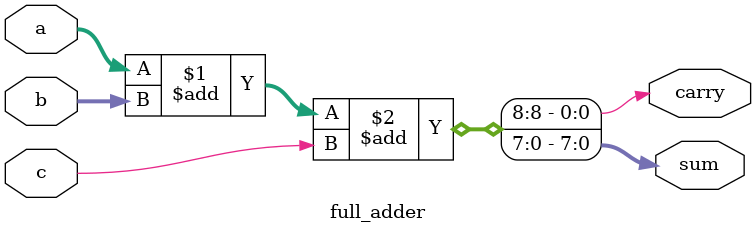
<source format=v>
module full_adder(a,b,c,sum,carry);
  input[7:0]a,b;
  input c;
  output [7:0]sum;
  output carry;
  assign {carry,sum}=a+b+c;
endmodule

</source>
